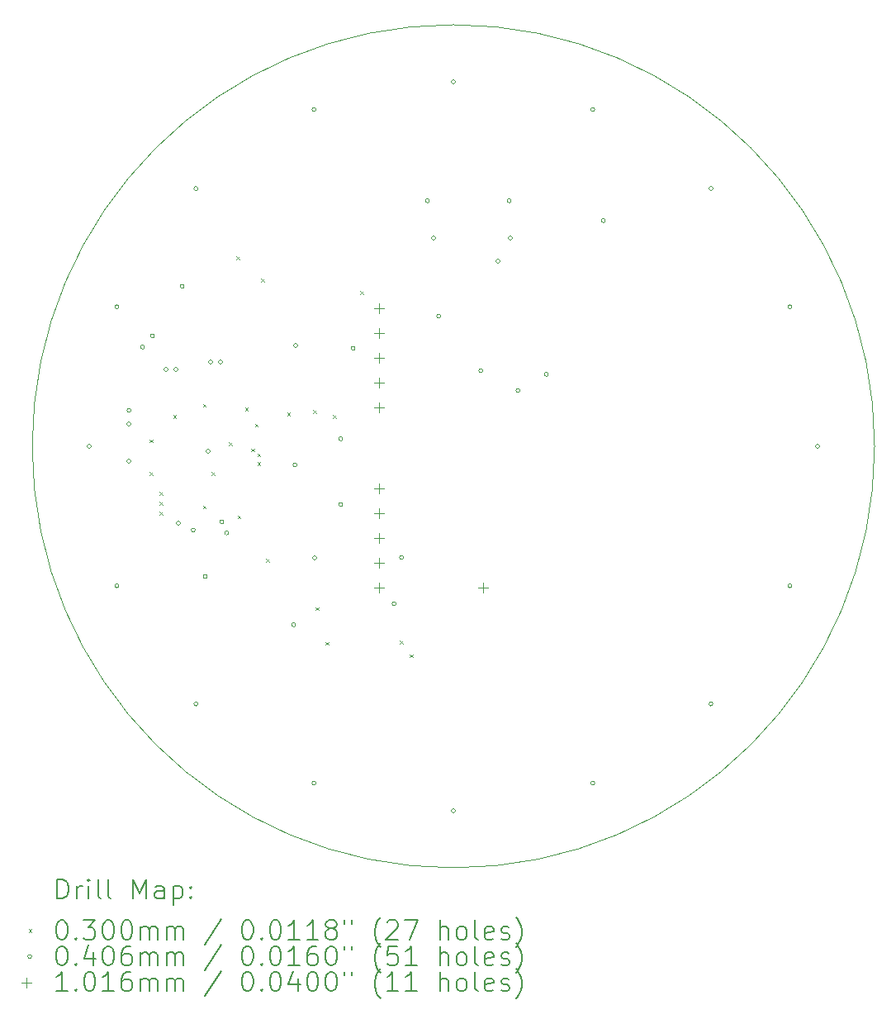
<source format=gbr>
%TF.GenerationSoftware,KiCad,Pcbnew,7.0.7*%
%TF.CreationDate,2023-08-31T16:12:07-04:00*%
%TF.ProjectId,protopico,70726f74-6f70-4696-936f-2e6b69636164,rev?*%
%TF.SameCoordinates,Original*%
%TF.FileFunction,Drillmap*%
%TF.FilePolarity,Positive*%
%FSLAX45Y45*%
G04 Gerber Fmt 4.5, Leading zero omitted, Abs format (unit mm)*
G04 Created by KiCad (PCBNEW 7.0.7) date 2023-08-31 16:12:07*
%MOMM*%
%LPD*%
G01*
G04 APERTURE LIST*
%ADD10C,0.101600*%
%ADD11C,0.200000*%
%ADD12C,0.030000*%
%ADD13C,0.040640*%
G04 APERTURE END LIST*
D10*
X19304000Y-9982200D02*
G75*
G03*
X19304000Y-9982200I-4318000J0D01*
G01*
D11*
D12*
X11872200Y-9914200D02*
X11902200Y-9944200D01*
X11902200Y-9914200D02*
X11872200Y-9944200D01*
X11872200Y-10246600D02*
X11902200Y-10276600D01*
X11902200Y-10246600D02*
X11872200Y-10276600D01*
X11973800Y-10449800D02*
X12003800Y-10479800D01*
X12003800Y-10449800D02*
X11973800Y-10479800D01*
X11973800Y-10551400D02*
X12003800Y-10581400D01*
X12003800Y-10551400D02*
X11973800Y-10581400D01*
X11973800Y-10653000D02*
X12003800Y-10683000D01*
X12003800Y-10653000D02*
X11973800Y-10683000D01*
X12113500Y-9662400D02*
X12143500Y-9692400D01*
X12143500Y-9662400D02*
X12113500Y-9692400D01*
X12418300Y-9548100D02*
X12448300Y-9578100D01*
X12448300Y-9548100D02*
X12418300Y-9578100D01*
X12418300Y-10589500D02*
X12448300Y-10619500D01*
X12448300Y-10589500D02*
X12418300Y-10619500D01*
X12507200Y-10246600D02*
X12537200Y-10276600D01*
X12537200Y-10246600D02*
X12507200Y-10276600D01*
X12685000Y-9941800D02*
X12715000Y-9971800D01*
X12715000Y-9941800D02*
X12685000Y-9971800D01*
X12761200Y-8036800D02*
X12791200Y-8066800D01*
X12791200Y-8036800D02*
X12761200Y-8066800D01*
X12773900Y-10691100D02*
X12803900Y-10721100D01*
X12803900Y-10691100D02*
X12773900Y-10721100D01*
X12850100Y-9586200D02*
X12880100Y-9616200D01*
X12880100Y-9586200D02*
X12850100Y-9616200D01*
X12913600Y-10005300D02*
X12943600Y-10035300D01*
X12943600Y-10005300D02*
X12913600Y-10035300D01*
X12951700Y-9751300D02*
X12981700Y-9781300D01*
X12981700Y-9751300D02*
X12951700Y-9781300D01*
X12977100Y-10056100D02*
X13007100Y-10086100D01*
X13007100Y-10056100D02*
X12977100Y-10086100D01*
X12977100Y-10145000D02*
X13007100Y-10175000D01*
X13007100Y-10145000D02*
X12977100Y-10175000D01*
X13015200Y-8265400D02*
X13045200Y-8295400D01*
X13045200Y-8265400D02*
X13015200Y-8295400D01*
X13066000Y-11135600D02*
X13096000Y-11165600D01*
X13096000Y-11135600D02*
X13066000Y-11165600D01*
X13281900Y-9637000D02*
X13311900Y-9667000D01*
X13311900Y-9637000D02*
X13281900Y-9667000D01*
X13548600Y-9611600D02*
X13578600Y-9641600D01*
X13578600Y-9611600D02*
X13548600Y-9641600D01*
X13574000Y-11630900D02*
X13604000Y-11660900D01*
X13604000Y-11630900D02*
X13574000Y-11660900D01*
X13675600Y-11986500D02*
X13705600Y-12016500D01*
X13705600Y-11986500D02*
X13675600Y-12016500D01*
X13751800Y-9662400D02*
X13781800Y-9692400D01*
X13781800Y-9662400D02*
X13751800Y-9692400D01*
X14031200Y-8392400D02*
X14061200Y-8422400D01*
X14061200Y-8392400D02*
X14031200Y-8422400D01*
X14437600Y-11973800D02*
X14467600Y-12003800D01*
X14467600Y-11973800D02*
X14437600Y-12003800D01*
X14539200Y-12113500D02*
X14569200Y-12143500D01*
X14569200Y-12113500D02*
X14539200Y-12143500D01*
D13*
X11272520Y-9982200D02*
G75*
G03*
X11272520Y-9982200I-20320J0D01*
G01*
X11556739Y-8553337D02*
G75*
G03*
X11556739Y-8553337I-20320J0D01*
G01*
X11556739Y-11411063D02*
G75*
G03*
X11556739Y-11411063I-20320J0D01*
G01*
X11678920Y-9613900D02*
G75*
G03*
X11678920Y-9613900I-20320J0D01*
G01*
X11678920Y-9753600D02*
G75*
G03*
X11678920Y-9753600I-20320J0D01*
G01*
X11678920Y-10134600D02*
G75*
G03*
X11678920Y-10134600I-20320J0D01*
G01*
X11818620Y-8966200D02*
G75*
G03*
X11818620Y-8966200I-20320J0D01*
G01*
X11920220Y-8851900D02*
G75*
G03*
X11920220Y-8851900I-20320J0D01*
G01*
X12059920Y-9194800D02*
G75*
G03*
X12059920Y-9194800I-20320J0D01*
G01*
X12161520Y-9194800D02*
G75*
G03*
X12161520Y-9194800I-20320J0D01*
G01*
X12186920Y-10769600D02*
G75*
G03*
X12186920Y-10769600I-20320J0D01*
G01*
X12225020Y-8343900D02*
G75*
G03*
X12225020Y-8343900I-20320J0D01*
G01*
X12339320Y-10840200D02*
G75*
G03*
X12339320Y-10840200I-20320J0D01*
G01*
X12366125Y-7342005D02*
G75*
G03*
X12366125Y-7342005I-20320J0D01*
G01*
X12366125Y-12622395D02*
G75*
G03*
X12366125Y-12622395I-20320J0D01*
G01*
X12461720Y-11316200D02*
G75*
G03*
X12461720Y-11316200I-20320J0D01*
G01*
X12491720Y-10033000D02*
G75*
G03*
X12491720Y-10033000I-20320J0D01*
G01*
X12517120Y-9118600D02*
G75*
G03*
X12517120Y-9118600I-20320J0D01*
G01*
X12618720Y-9118600D02*
G75*
G03*
X12618720Y-9118600I-20320J0D01*
G01*
X12631420Y-10756900D02*
G75*
G03*
X12631420Y-10756900I-20320J0D01*
G01*
X12681720Y-10871200D02*
G75*
G03*
X12681720Y-10871200I-20320J0D01*
G01*
X13368020Y-11811000D02*
G75*
G03*
X13368020Y-11811000I-20320J0D01*
G01*
X13380720Y-10172700D02*
G75*
G03*
X13380720Y-10172700I-20320J0D01*
G01*
X13389620Y-8949700D02*
G75*
G03*
X13389620Y-8949700I-20320J0D01*
G01*
X13577457Y-6532619D02*
G75*
G03*
X13577457Y-6532619I-20320J0D01*
G01*
X13577457Y-13431781D02*
G75*
G03*
X13577457Y-13431781I-20320J0D01*
G01*
X13582606Y-11126514D02*
G75*
G03*
X13582606Y-11126514I-20320J0D01*
G01*
X13850620Y-9906000D02*
G75*
G03*
X13850620Y-9906000I-20320J0D01*
G01*
X13850620Y-10579100D02*
G75*
G03*
X13850620Y-10579100I-20320J0D01*
G01*
X13977620Y-8978900D02*
G75*
G03*
X13977620Y-8978900I-20320J0D01*
G01*
X14396720Y-11595100D02*
G75*
G03*
X14396720Y-11595100I-20320J0D01*
G01*
X14472920Y-11121500D02*
G75*
G03*
X14472920Y-11121500I-20320J0D01*
G01*
X14739620Y-7467600D02*
G75*
G03*
X14739620Y-7467600I-20320J0D01*
G01*
X14803120Y-7848600D02*
G75*
G03*
X14803120Y-7848600I-20320J0D01*
G01*
X14853920Y-8648700D02*
G75*
G03*
X14853920Y-8648700I-20320J0D01*
G01*
X15006320Y-6248400D02*
G75*
G03*
X15006320Y-6248400I-20320J0D01*
G01*
X15006320Y-13716000D02*
G75*
G03*
X15006320Y-13716000I-20320J0D01*
G01*
X15285720Y-9207500D02*
G75*
G03*
X15285720Y-9207500I-20320J0D01*
G01*
X15463520Y-8086900D02*
G75*
G03*
X15463520Y-8086900I-20320J0D01*
G01*
X15577820Y-7467600D02*
G75*
G03*
X15577820Y-7467600I-20320J0D01*
G01*
X15590520Y-7848600D02*
G75*
G03*
X15590520Y-7848600I-20320J0D01*
G01*
X15666720Y-9410700D02*
G75*
G03*
X15666720Y-9410700I-20320J0D01*
G01*
X15958820Y-9245600D02*
G75*
G03*
X15958820Y-9245600I-20320J0D01*
G01*
X16435183Y-6532619D02*
G75*
G03*
X16435183Y-6532619I-20320J0D01*
G01*
X16435183Y-13431781D02*
G75*
G03*
X16435183Y-13431781I-20320J0D01*
G01*
X16543020Y-7670800D02*
G75*
G03*
X16543020Y-7670800I-20320J0D01*
G01*
X17646515Y-12622395D02*
G75*
G03*
X17646515Y-12622395I-20320J0D01*
G01*
X17647920Y-7340600D02*
G75*
G03*
X17647920Y-7340600I-20320J0D01*
G01*
X18455901Y-8553337D02*
G75*
G03*
X18455901Y-8553337I-20320J0D01*
G01*
X18455901Y-11411063D02*
G75*
G03*
X18455901Y-11411063I-20320J0D01*
G01*
X18740120Y-9982200D02*
G75*
G03*
X18740120Y-9982200I-20320J0D01*
G01*
D10*
X14224000Y-8521700D02*
X14224000Y-8623300D01*
X14173200Y-8572500D02*
X14274800Y-8572500D01*
X14224000Y-8775700D02*
X14224000Y-8877300D01*
X14173200Y-8826500D02*
X14274800Y-8826500D01*
X14224000Y-9029700D02*
X14224000Y-9131300D01*
X14173200Y-9080500D02*
X14274800Y-9080500D01*
X14224000Y-9283700D02*
X14224000Y-9385300D01*
X14173200Y-9334500D02*
X14274800Y-9334500D01*
X14224000Y-9537700D02*
X14224000Y-9639300D01*
X14173200Y-9588500D02*
X14274800Y-9588500D01*
X14224000Y-10363200D02*
X14224000Y-10464800D01*
X14173200Y-10414000D02*
X14274800Y-10414000D01*
X14224000Y-10617200D02*
X14224000Y-10718800D01*
X14173200Y-10668000D02*
X14274800Y-10668000D01*
X14224000Y-10871200D02*
X14224000Y-10972800D01*
X14173200Y-10922000D02*
X14274800Y-10922000D01*
X14224000Y-11125200D02*
X14224000Y-11226800D01*
X14173200Y-11176000D02*
X14274800Y-11176000D01*
X14224000Y-11379200D02*
X14224000Y-11480800D01*
X14173200Y-11430000D02*
X14274800Y-11430000D01*
X15290800Y-11379200D02*
X15290800Y-11480800D01*
X15240000Y-11430000D02*
X15341600Y-11430000D01*
D11*
X10923697Y-14616764D02*
X10923697Y-14416764D01*
X10923697Y-14416764D02*
X10971316Y-14416764D01*
X10971316Y-14416764D02*
X10999887Y-14426288D01*
X10999887Y-14426288D02*
X11018935Y-14445335D01*
X11018935Y-14445335D02*
X11028459Y-14464383D01*
X11028459Y-14464383D02*
X11037983Y-14502478D01*
X11037983Y-14502478D02*
X11037983Y-14531049D01*
X11037983Y-14531049D02*
X11028459Y-14569145D01*
X11028459Y-14569145D02*
X11018935Y-14588192D01*
X11018935Y-14588192D02*
X10999887Y-14607240D01*
X10999887Y-14607240D02*
X10971316Y-14616764D01*
X10971316Y-14616764D02*
X10923697Y-14616764D01*
X11123697Y-14616764D02*
X11123697Y-14483430D01*
X11123697Y-14521526D02*
X11133221Y-14502478D01*
X11133221Y-14502478D02*
X11142744Y-14492954D01*
X11142744Y-14492954D02*
X11161792Y-14483430D01*
X11161792Y-14483430D02*
X11180840Y-14483430D01*
X11247506Y-14616764D02*
X11247506Y-14483430D01*
X11247506Y-14416764D02*
X11237982Y-14426288D01*
X11237982Y-14426288D02*
X11247506Y-14435811D01*
X11247506Y-14435811D02*
X11257030Y-14426288D01*
X11257030Y-14426288D02*
X11247506Y-14416764D01*
X11247506Y-14416764D02*
X11247506Y-14435811D01*
X11371316Y-14616764D02*
X11352268Y-14607240D01*
X11352268Y-14607240D02*
X11342744Y-14588192D01*
X11342744Y-14588192D02*
X11342744Y-14416764D01*
X11476078Y-14616764D02*
X11457030Y-14607240D01*
X11457030Y-14607240D02*
X11447506Y-14588192D01*
X11447506Y-14588192D02*
X11447506Y-14416764D01*
X11704649Y-14616764D02*
X11704649Y-14416764D01*
X11704649Y-14416764D02*
X11771316Y-14559621D01*
X11771316Y-14559621D02*
X11837982Y-14416764D01*
X11837982Y-14416764D02*
X11837982Y-14616764D01*
X12018935Y-14616764D02*
X12018935Y-14512002D01*
X12018935Y-14512002D02*
X12009411Y-14492954D01*
X12009411Y-14492954D02*
X11990363Y-14483430D01*
X11990363Y-14483430D02*
X11952268Y-14483430D01*
X11952268Y-14483430D02*
X11933221Y-14492954D01*
X12018935Y-14607240D02*
X11999887Y-14616764D01*
X11999887Y-14616764D02*
X11952268Y-14616764D01*
X11952268Y-14616764D02*
X11933221Y-14607240D01*
X11933221Y-14607240D02*
X11923697Y-14588192D01*
X11923697Y-14588192D02*
X11923697Y-14569145D01*
X11923697Y-14569145D02*
X11933221Y-14550097D01*
X11933221Y-14550097D02*
X11952268Y-14540573D01*
X11952268Y-14540573D02*
X11999887Y-14540573D01*
X11999887Y-14540573D02*
X12018935Y-14531049D01*
X12114173Y-14483430D02*
X12114173Y-14683430D01*
X12114173Y-14492954D02*
X12133221Y-14483430D01*
X12133221Y-14483430D02*
X12171316Y-14483430D01*
X12171316Y-14483430D02*
X12190363Y-14492954D01*
X12190363Y-14492954D02*
X12199887Y-14502478D01*
X12199887Y-14502478D02*
X12209411Y-14521526D01*
X12209411Y-14521526D02*
X12209411Y-14578668D01*
X12209411Y-14578668D02*
X12199887Y-14597716D01*
X12199887Y-14597716D02*
X12190363Y-14607240D01*
X12190363Y-14607240D02*
X12171316Y-14616764D01*
X12171316Y-14616764D02*
X12133221Y-14616764D01*
X12133221Y-14616764D02*
X12114173Y-14607240D01*
X12295125Y-14597716D02*
X12304649Y-14607240D01*
X12304649Y-14607240D02*
X12295125Y-14616764D01*
X12295125Y-14616764D02*
X12285602Y-14607240D01*
X12285602Y-14607240D02*
X12295125Y-14597716D01*
X12295125Y-14597716D02*
X12295125Y-14616764D01*
X12295125Y-14492954D02*
X12304649Y-14502478D01*
X12304649Y-14502478D02*
X12295125Y-14512002D01*
X12295125Y-14512002D02*
X12285602Y-14502478D01*
X12285602Y-14502478D02*
X12295125Y-14492954D01*
X12295125Y-14492954D02*
X12295125Y-14512002D01*
D12*
X10632920Y-14930280D02*
X10662920Y-14960280D01*
X10662920Y-14930280D02*
X10632920Y-14960280D01*
D11*
X10961792Y-14836764D02*
X10980840Y-14836764D01*
X10980840Y-14836764D02*
X10999887Y-14846288D01*
X10999887Y-14846288D02*
X11009411Y-14855811D01*
X11009411Y-14855811D02*
X11018935Y-14874859D01*
X11018935Y-14874859D02*
X11028459Y-14912954D01*
X11028459Y-14912954D02*
X11028459Y-14960573D01*
X11028459Y-14960573D02*
X11018935Y-14998668D01*
X11018935Y-14998668D02*
X11009411Y-15017716D01*
X11009411Y-15017716D02*
X10999887Y-15027240D01*
X10999887Y-15027240D02*
X10980840Y-15036764D01*
X10980840Y-15036764D02*
X10961792Y-15036764D01*
X10961792Y-15036764D02*
X10942744Y-15027240D01*
X10942744Y-15027240D02*
X10933221Y-15017716D01*
X10933221Y-15017716D02*
X10923697Y-14998668D01*
X10923697Y-14998668D02*
X10914173Y-14960573D01*
X10914173Y-14960573D02*
X10914173Y-14912954D01*
X10914173Y-14912954D02*
X10923697Y-14874859D01*
X10923697Y-14874859D02*
X10933221Y-14855811D01*
X10933221Y-14855811D02*
X10942744Y-14846288D01*
X10942744Y-14846288D02*
X10961792Y-14836764D01*
X11114173Y-15017716D02*
X11123697Y-15027240D01*
X11123697Y-15027240D02*
X11114173Y-15036764D01*
X11114173Y-15036764D02*
X11104649Y-15027240D01*
X11104649Y-15027240D02*
X11114173Y-15017716D01*
X11114173Y-15017716D02*
X11114173Y-15036764D01*
X11190363Y-14836764D02*
X11314173Y-14836764D01*
X11314173Y-14836764D02*
X11247506Y-14912954D01*
X11247506Y-14912954D02*
X11276078Y-14912954D01*
X11276078Y-14912954D02*
X11295125Y-14922478D01*
X11295125Y-14922478D02*
X11304649Y-14932002D01*
X11304649Y-14932002D02*
X11314173Y-14951049D01*
X11314173Y-14951049D02*
X11314173Y-14998668D01*
X11314173Y-14998668D02*
X11304649Y-15017716D01*
X11304649Y-15017716D02*
X11295125Y-15027240D01*
X11295125Y-15027240D02*
X11276078Y-15036764D01*
X11276078Y-15036764D02*
X11218935Y-15036764D01*
X11218935Y-15036764D02*
X11199887Y-15027240D01*
X11199887Y-15027240D02*
X11190363Y-15017716D01*
X11437982Y-14836764D02*
X11457030Y-14836764D01*
X11457030Y-14836764D02*
X11476078Y-14846288D01*
X11476078Y-14846288D02*
X11485602Y-14855811D01*
X11485602Y-14855811D02*
X11495125Y-14874859D01*
X11495125Y-14874859D02*
X11504649Y-14912954D01*
X11504649Y-14912954D02*
X11504649Y-14960573D01*
X11504649Y-14960573D02*
X11495125Y-14998668D01*
X11495125Y-14998668D02*
X11485602Y-15017716D01*
X11485602Y-15017716D02*
X11476078Y-15027240D01*
X11476078Y-15027240D02*
X11457030Y-15036764D01*
X11457030Y-15036764D02*
X11437982Y-15036764D01*
X11437982Y-15036764D02*
X11418935Y-15027240D01*
X11418935Y-15027240D02*
X11409411Y-15017716D01*
X11409411Y-15017716D02*
X11399887Y-14998668D01*
X11399887Y-14998668D02*
X11390363Y-14960573D01*
X11390363Y-14960573D02*
X11390363Y-14912954D01*
X11390363Y-14912954D02*
X11399887Y-14874859D01*
X11399887Y-14874859D02*
X11409411Y-14855811D01*
X11409411Y-14855811D02*
X11418935Y-14846288D01*
X11418935Y-14846288D02*
X11437982Y-14836764D01*
X11628459Y-14836764D02*
X11647506Y-14836764D01*
X11647506Y-14836764D02*
X11666554Y-14846288D01*
X11666554Y-14846288D02*
X11676078Y-14855811D01*
X11676078Y-14855811D02*
X11685602Y-14874859D01*
X11685602Y-14874859D02*
X11695125Y-14912954D01*
X11695125Y-14912954D02*
X11695125Y-14960573D01*
X11695125Y-14960573D02*
X11685602Y-14998668D01*
X11685602Y-14998668D02*
X11676078Y-15017716D01*
X11676078Y-15017716D02*
X11666554Y-15027240D01*
X11666554Y-15027240D02*
X11647506Y-15036764D01*
X11647506Y-15036764D02*
X11628459Y-15036764D01*
X11628459Y-15036764D02*
X11609411Y-15027240D01*
X11609411Y-15027240D02*
X11599887Y-15017716D01*
X11599887Y-15017716D02*
X11590363Y-14998668D01*
X11590363Y-14998668D02*
X11580840Y-14960573D01*
X11580840Y-14960573D02*
X11580840Y-14912954D01*
X11580840Y-14912954D02*
X11590363Y-14874859D01*
X11590363Y-14874859D02*
X11599887Y-14855811D01*
X11599887Y-14855811D02*
X11609411Y-14846288D01*
X11609411Y-14846288D02*
X11628459Y-14836764D01*
X11780840Y-15036764D02*
X11780840Y-14903430D01*
X11780840Y-14922478D02*
X11790363Y-14912954D01*
X11790363Y-14912954D02*
X11809411Y-14903430D01*
X11809411Y-14903430D02*
X11837983Y-14903430D01*
X11837983Y-14903430D02*
X11857030Y-14912954D01*
X11857030Y-14912954D02*
X11866554Y-14932002D01*
X11866554Y-14932002D02*
X11866554Y-15036764D01*
X11866554Y-14932002D02*
X11876078Y-14912954D01*
X11876078Y-14912954D02*
X11895125Y-14903430D01*
X11895125Y-14903430D02*
X11923697Y-14903430D01*
X11923697Y-14903430D02*
X11942744Y-14912954D01*
X11942744Y-14912954D02*
X11952268Y-14932002D01*
X11952268Y-14932002D02*
X11952268Y-15036764D01*
X12047506Y-15036764D02*
X12047506Y-14903430D01*
X12047506Y-14922478D02*
X12057030Y-14912954D01*
X12057030Y-14912954D02*
X12076078Y-14903430D01*
X12076078Y-14903430D02*
X12104649Y-14903430D01*
X12104649Y-14903430D02*
X12123697Y-14912954D01*
X12123697Y-14912954D02*
X12133221Y-14932002D01*
X12133221Y-14932002D02*
X12133221Y-15036764D01*
X12133221Y-14932002D02*
X12142744Y-14912954D01*
X12142744Y-14912954D02*
X12161792Y-14903430D01*
X12161792Y-14903430D02*
X12190363Y-14903430D01*
X12190363Y-14903430D02*
X12209411Y-14912954D01*
X12209411Y-14912954D02*
X12218935Y-14932002D01*
X12218935Y-14932002D02*
X12218935Y-15036764D01*
X12609411Y-14827240D02*
X12437983Y-15084383D01*
X12866554Y-14836764D02*
X12885602Y-14836764D01*
X12885602Y-14836764D02*
X12904649Y-14846288D01*
X12904649Y-14846288D02*
X12914173Y-14855811D01*
X12914173Y-14855811D02*
X12923697Y-14874859D01*
X12923697Y-14874859D02*
X12933221Y-14912954D01*
X12933221Y-14912954D02*
X12933221Y-14960573D01*
X12933221Y-14960573D02*
X12923697Y-14998668D01*
X12923697Y-14998668D02*
X12914173Y-15017716D01*
X12914173Y-15017716D02*
X12904649Y-15027240D01*
X12904649Y-15027240D02*
X12885602Y-15036764D01*
X12885602Y-15036764D02*
X12866554Y-15036764D01*
X12866554Y-15036764D02*
X12847506Y-15027240D01*
X12847506Y-15027240D02*
X12837983Y-15017716D01*
X12837983Y-15017716D02*
X12828459Y-14998668D01*
X12828459Y-14998668D02*
X12818935Y-14960573D01*
X12818935Y-14960573D02*
X12818935Y-14912954D01*
X12818935Y-14912954D02*
X12828459Y-14874859D01*
X12828459Y-14874859D02*
X12837983Y-14855811D01*
X12837983Y-14855811D02*
X12847506Y-14846288D01*
X12847506Y-14846288D02*
X12866554Y-14836764D01*
X13018935Y-15017716D02*
X13028459Y-15027240D01*
X13028459Y-15027240D02*
X13018935Y-15036764D01*
X13018935Y-15036764D02*
X13009411Y-15027240D01*
X13009411Y-15027240D02*
X13018935Y-15017716D01*
X13018935Y-15017716D02*
X13018935Y-15036764D01*
X13152268Y-14836764D02*
X13171316Y-14836764D01*
X13171316Y-14836764D02*
X13190364Y-14846288D01*
X13190364Y-14846288D02*
X13199887Y-14855811D01*
X13199887Y-14855811D02*
X13209411Y-14874859D01*
X13209411Y-14874859D02*
X13218935Y-14912954D01*
X13218935Y-14912954D02*
X13218935Y-14960573D01*
X13218935Y-14960573D02*
X13209411Y-14998668D01*
X13209411Y-14998668D02*
X13199887Y-15017716D01*
X13199887Y-15017716D02*
X13190364Y-15027240D01*
X13190364Y-15027240D02*
X13171316Y-15036764D01*
X13171316Y-15036764D02*
X13152268Y-15036764D01*
X13152268Y-15036764D02*
X13133221Y-15027240D01*
X13133221Y-15027240D02*
X13123697Y-15017716D01*
X13123697Y-15017716D02*
X13114173Y-14998668D01*
X13114173Y-14998668D02*
X13104649Y-14960573D01*
X13104649Y-14960573D02*
X13104649Y-14912954D01*
X13104649Y-14912954D02*
X13114173Y-14874859D01*
X13114173Y-14874859D02*
X13123697Y-14855811D01*
X13123697Y-14855811D02*
X13133221Y-14846288D01*
X13133221Y-14846288D02*
X13152268Y-14836764D01*
X13409411Y-15036764D02*
X13295126Y-15036764D01*
X13352268Y-15036764D02*
X13352268Y-14836764D01*
X13352268Y-14836764D02*
X13333221Y-14865335D01*
X13333221Y-14865335D02*
X13314173Y-14884383D01*
X13314173Y-14884383D02*
X13295126Y-14893907D01*
X13599887Y-15036764D02*
X13485602Y-15036764D01*
X13542745Y-15036764D02*
X13542745Y-14836764D01*
X13542745Y-14836764D02*
X13523697Y-14865335D01*
X13523697Y-14865335D02*
X13504649Y-14884383D01*
X13504649Y-14884383D02*
X13485602Y-14893907D01*
X13714173Y-14922478D02*
X13695126Y-14912954D01*
X13695126Y-14912954D02*
X13685602Y-14903430D01*
X13685602Y-14903430D02*
X13676078Y-14884383D01*
X13676078Y-14884383D02*
X13676078Y-14874859D01*
X13676078Y-14874859D02*
X13685602Y-14855811D01*
X13685602Y-14855811D02*
X13695126Y-14846288D01*
X13695126Y-14846288D02*
X13714173Y-14836764D01*
X13714173Y-14836764D02*
X13752268Y-14836764D01*
X13752268Y-14836764D02*
X13771316Y-14846288D01*
X13771316Y-14846288D02*
X13780840Y-14855811D01*
X13780840Y-14855811D02*
X13790364Y-14874859D01*
X13790364Y-14874859D02*
X13790364Y-14884383D01*
X13790364Y-14884383D02*
X13780840Y-14903430D01*
X13780840Y-14903430D02*
X13771316Y-14912954D01*
X13771316Y-14912954D02*
X13752268Y-14922478D01*
X13752268Y-14922478D02*
X13714173Y-14922478D01*
X13714173Y-14922478D02*
X13695126Y-14932002D01*
X13695126Y-14932002D02*
X13685602Y-14941526D01*
X13685602Y-14941526D02*
X13676078Y-14960573D01*
X13676078Y-14960573D02*
X13676078Y-14998668D01*
X13676078Y-14998668D02*
X13685602Y-15017716D01*
X13685602Y-15017716D02*
X13695126Y-15027240D01*
X13695126Y-15027240D02*
X13714173Y-15036764D01*
X13714173Y-15036764D02*
X13752268Y-15036764D01*
X13752268Y-15036764D02*
X13771316Y-15027240D01*
X13771316Y-15027240D02*
X13780840Y-15017716D01*
X13780840Y-15017716D02*
X13790364Y-14998668D01*
X13790364Y-14998668D02*
X13790364Y-14960573D01*
X13790364Y-14960573D02*
X13780840Y-14941526D01*
X13780840Y-14941526D02*
X13771316Y-14932002D01*
X13771316Y-14932002D02*
X13752268Y-14922478D01*
X13866554Y-14836764D02*
X13866554Y-14874859D01*
X13942745Y-14836764D02*
X13942745Y-14874859D01*
X14237983Y-15112954D02*
X14228459Y-15103430D01*
X14228459Y-15103430D02*
X14209411Y-15074859D01*
X14209411Y-15074859D02*
X14199888Y-15055811D01*
X14199888Y-15055811D02*
X14190364Y-15027240D01*
X14190364Y-15027240D02*
X14180840Y-14979621D01*
X14180840Y-14979621D02*
X14180840Y-14941526D01*
X14180840Y-14941526D02*
X14190364Y-14893907D01*
X14190364Y-14893907D02*
X14199888Y-14865335D01*
X14199888Y-14865335D02*
X14209411Y-14846288D01*
X14209411Y-14846288D02*
X14228459Y-14817716D01*
X14228459Y-14817716D02*
X14237983Y-14808192D01*
X14304649Y-14855811D02*
X14314173Y-14846288D01*
X14314173Y-14846288D02*
X14333221Y-14836764D01*
X14333221Y-14836764D02*
X14380840Y-14836764D01*
X14380840Y-14836764D02*
X14399888Y-14846288D01*
X14399888Y-14846288D02*
X14409411Y-14855811D01*
X14409411Y-14855811D02*
X14418935Y-14874859D01*
X14418935Y-14874859D02*
X14418935Y-14893907D01*
X14418935Y-14893907D02*
X14409411Y-14922478D01*
X14409411Y-14922478D02*
X14295126Y-15036764D01*
X14295126Y-15036764D02*
X14418935Y-15036764D01*
X14485602Y-14836764D02*
X14618935Y-14836764D01*
X14618935Y-14836764D02*
X14533221Y-15036764D01*
X14847507Y-15036764D02*
X14847507Y-14836764D01*
X14933221Y-15036764D02*
X14933221Y-14932002D01*
X14933221Y-14932002D02*
X14923697Y-14912954D01*
X14923697Y-14912954D02*
X14904650Y-14903430D01*
X14904650Y-14903430D02*
X14876078Y-14903430D01*
X14876078Y-14903430D02*
X14857030Y-14912954D01*
X14857030Y-14912954D02*
X14847507Y-14922478D01*
X15057030Y-15036764D02*
X15037983Y-15027240D01*
X15037983Y-15027240D02*
X15028459Y-15017716D01*
X15028459Y-15017716D02*
X15018935Y-14998668D01*
X15018935Y-14998668D02*
X15018935Y-14941526D01*
X15018935Y-14941526D02*
X15028459Y-14922478D01*
X15028459Y-14922478D02*
X15037983Y-14912954D01*
X15037983Y-14912954D02*
X15057030Y-14903430D01*
X15057030Y-14903430D02*
X15085602Y-14903430D01*
X15085602Y-14903430D02*
X15104650Y-14912954D01*
X15104650Y-14912954D02*
X15114173Y-14922478D01*
X15114173Y-14922478D02*
X15123697Y-14941526D01*
X15123697Y-14941526D02*
X15123697Y-14998668D01*
X15123697Y-14998668D02*
X15114173Y-15017716D01*
X15114173Y-15017716D02*
X15104650Y-15027240D01*
X15104650Y-15027240D02*
X15085602Y-15036764D01*
X15085602Y-15036764D02*
X15057030Y-15036764D01*
X15237983Y-15036764D02*
X15218935Y-15027240D01*
X15218935Y-15027240D02*
X15209411Y-15008192D01*
X15209411Y-15008192D02*
X15209411Y-14836764D01*
X15390364Y-15027240D02*
X15371316Y-15036764D01*
X15371316Y-15036764D02*
X15333221Y-15036764D01*
X15333221Y-15036764D02*
X15314173Y-15027240D01*
X15314173Y-15027240D02*
X15304650Y-15008192D01*
X15304650Y-15008192D02*
X15304650Y-14932002D01*
X15304650Y-14932002D02*
X15314173Y-14912954D01*
X15314173Y-14912954D02*
X15333221Y-14903430D01*
X15333221Y-14903430D02*
X15371316Y-14903430D01*
X15371316Y-14903430D02*
X15390364Y-14912954D01*
X15390364Y-14912954D02*
X15399888Y-14932002D01*
X15399888Y-14932002D02*
X15399888Y-14951049D01*
X15399888Y-14951049D02*
X15304650Y-14970097D01*
X15476078Y-15027240D02*
X15495126Y-15036764D01*
X15495126Y-15036764D02*
X15533221Y-15036764D01*
X15533221Y-15036764D02*
X15552269Y-15027240D01*
X15552269Y-15027240D02*
X15561792Y-15008192D01*
X15561792Y-15008192D02*
X15561792Y-14998668D01*
X15561792Y-14998668D02*
X15552269Y-14979621D01*
X15552269Y-14979621D02*
X15533221Y-14970097D01*
X15533221Y-14970097D02*
X15504650Y-14970097D01*
X15504650Y-14970097D02*
X15485602Y-14960573D01*
X15485602Y-14960573D02*
X15476078Y-14941526D01*
X15476078Y-14941526D02*
X15476078Y-14932002D01*
X15476078Y-14932002D02*
X15485602Y-14912954D01*
X15485602Y-14912954D02*
X15504650Y-14903430D01*
X15504650Y-14903430D02*
X15533221Y-14903430D01*
X15533221Y-14903430D02*
X15552269Y-14912954D01*
X15628459Y-15112954D02*
X15637983Y-15103430D01*
X15637983Y-15103430D02*
X15657031Y-15074859D01*
X15657031Y-15074859D02*
X15666554Y-15055811D01*
X15666554Y-15055811D02*
X15676078Y-15027240D01*
X15676078Y-15027240D02*
X15685602Y-14979621D01*
X15685602Y-14979621D02*
X15685602Y-14941526D01*
X15685602Y-14941526D02*
X15676078Y-14893907D01*
X15676078Y-14893907D02*
X15666554Y-14865335D01*
X15666554Y-14865335D02*
X15657031Y-14846288D01*
X15657031Y-14846288D02*
X15637983Y-14817716D01*
X15637983Y-14817716D02*
X15628459Y-14808192D01*
D13*
X10662920Y-15209280D02*
G75*
G03*
X10662920Y-15209280I-20320J0D01*
G01*
D11*
X10961792Y-15100764D02*
X10980840Y-15100764D01*
X10980840Y-15100764D02*
X10999887Y-15110288D01*
X10999887Y-15110288D02*
X11009411Y-15119811D01*
X11009411Y-15119811D02*
X11018935Y-15138859D01*
X11018935Y-15138859D02*
X11028459Y-15176954D01*
X11028459Y-15176954D02*
X11028459Y-15224573D01*
X11028459Y-15224573D02*
X11018935Y-15262668D01*
X11018935Y-15262668D02*
X11009411Y-15281716D01*
X11009411Y-15281716D02*
X10999887Y-15291240D01*
X10999887Y-15291240D02*
X10980840Y-15300764D01*
X10980840Y-15300764D02*
X10961792Y-15300764D01*
X10961792Y-15300764D02*
X10942744Y-15291240D01*
X10942744Y-15291240D02*
X10933221Y-15281716D01*
X10933221Y-15281716D02*
X10923697Y-15262668D01*
X10923697Y-15262668D02*
X10914173Y-15224573D01*
X10914173Y-15224573D02*
X10914173Y-15176954D01*
X10914173Y-15176954D02*
X10923697Y-15138859D01*
X10923697Y-15138859D02*
X10933221Y-15119811D01*
X10933221Y-15119811D02*
X10942744Y-15110288D01*
X10942744Y-15110288D02*
X10961792Y-15100764D01*
X11114173Y-15281716D02*
X11123697Y-15291240D01*
X11123697Y-15291240D02*
X11114173Y-15300764D01*
X11114173Y-15300764D02*
X11104649Y-15291240D01*
X11104649Y-15291240D02*
X11114173Y-15281716D01*
X11114173Y-15281716D02*
X11114173Y-15300764D01*
X11295125Y-15167430D02*
X11295125Y-15300764D01*
X11247506Y-15091240D02*
X11199887Y-15234097D01*
X11199887Y-15234097D02*
X11323697Y-15234097D01*
X11437982Y-15100764D02*
X11457030Y-15100764D01*
X11457030Y-15100764D02*
X11476078Y-15110288D01*
X11476078Y-15110288D02*
X11485602Y-15119811D01*
X11485602Y-15119811D02*
X11495125Y-15138859D01*
X11495125Y-15138859D02*
X11504649Y-15176954D01*
X11504649Y-15176954D02*
X11504649Y-15224573D01*
X11504649Y-15224573D02*
X11495125Y-15262668D01*
X11495125Y-15262668D02*
X11485602Y-15281716D01*
X11485602Y-15281716D02*
X11476078Y-15291240D01*
X11476078Y-15291240D02*
X11457030Y-15300764D01*
X11457030Y-15300764D02*
X11437982Y-15300764D01*
X11437982Y-15300764D02*
X11418935Y-15291240D01*
X11418935Y-15291240D02*
X11409411Y-15281716D01*
X11409411Y-15281716D02*
X11399887Y-15262668D01*
X11399887Y-15262668D02*
X11390363Y-15224573D01*
X11390363Y-15224573D02*
X11390363Y-15176954D01*
X11390363Y-15176954D02*
X11399887Y-15138859D01*
X11399887Y-15138859D02*
X11409411Y-15119811D01*
X11409411Y-15119811D02*
X11418935Y-15110288D01*
X11418935Y-15110288D02*
X11437982Y-15100764D01*
X11676078Y-15100764D02*
X11637982Y-15100764D01*
X11637982Y-15100764D02*
X11618935Y-15110288D01*
X11618935Y-15110288D02*
X11609411Y-15119811D01*
X11609411Y-15119811D02*
X11590363Y-15148383D01*
X11590363Y-15148383D02*
X11580840Y-15186478D01*
X11580840Y-15186478D02*
X11580840Y-15262668D01*
X11580840Y-15262668D02*
X11590363Y-15281716D01*
X11590363Y-15281716D02*
X11599887Y-15291240D01*
X11599887Y-15291240D02*
X11618935Y-15300764D01*
X11618935Y-15300764D02*
X11657030Y-15300764D01*
X11657030Y-15300764D02*
X11676078Y-15291240D01*
X11676078Y-15291240D02*
X11685602Y-15281716D01*
X11685602Y-15281716D02*
X11695125Y-15262668D01*
X11695125Y-15262668D02*
X11695125Y-15215049D01*
X11695125Y-15215049D02*
X11685602Y-15196002D01*
X11685602Y-15196002D02*
X11676078Y-15186478D01*
X11676078Y-15186478D02*
X11657030Y-15176954D01*
X11657030Y-15176954D02*
X11618935Y-15176954D01*
X11618935Y-15176954D02*
X11599887Y-15186478D01*
X11599887Y-15186478D02*
X11590363Y-15196002D01*
X11590363Y-15196002D02*
X11580840Y-15215049D01*
X11780840Y-15300764D02*
X11780840Y-15167430D01*
X11780840Y-15186478D02*
X11790363Y-15176954D01*
X11790363Y-15176954D02*
X11809411Y-15167430D01*
X11809411Y-15167430D02*
X11837983Y-15167430D01*
X11837983Y-15167430D02*
X11857030Y-15176954D01*
X11857030Y-15176954D02*
X11866554Y-15196002D01*
X11866554Y-15196002D02*
X11866554Y-15300764D01*
X11866554Y-15196002D02*
X11876078Y-15176954D01*
X11876078Y-15176954D02*
X11895125Y-15167430D01*
X11895125Y-15167430D02*
X11923697Y-15167430D01*
X11923697Y-15167430D02*
X11942744Y-15176954D01*
X11942744Y-15176954D02*
X11952268Y-15196002D01*
X11952268Y-15196002D02*
X11952268Y-15300764D01*
X12047506Y-15300764D02*
X12047506Y-15167430D01*
X12047506Y-15186478D02*
X12057030Y-15176954D01*
X12057030Y-15176954D02*
X12076078Y-15167430D01*
X12076078Y-15167430D02*
X12104649Y-15167430D01*
X12104649Y-15167430D02*
X12123697Y-15176954D01*
X12123697Y-15176954D02*
X12133221Y-15196002D01*
X12133221Y-15196002D02*
X12133221Y-15300764D01*
X12133221Y-15196002D02*
X12142744Y-15176954D01*
X12142744Y-15176954D02*
X12161792Y-15167430D01*
X12161792Y-15167430D02*
X12190363Y-15167430D01*
X12190363Y-15167430D02*
X12209411Y-15176954D01*
X12209411Y-15176954D02*
X12218935Y-15196002D01*
X12218935Y-15196002D02*
X12218935Y-15300764D01*
X12609411Y-15091240D02*
X12437983Y-15348383D01*
X12866554Y-15100764D02*
X12885602Y-15100764D01*
X12885602Y-15100764D02*
X12904649Y-15110288D01*
X12904649Y-15110288D02*
X12914173Y-15119811D01*
X12914173Y-15119811D02*
X12923697Y-15138859D01*
X12923697Y-15138859D02*
X12933221Y-15176954D01*
X12933221Y-15176954D02*
X12933221Y-15224573D01*
X12933221Y-15224573D02*
X12923697Y-15262668D01*
X12923697Y-15262668D02*
X12914173Y-15281716D01*
X12914173Y-15281716D02*
X12904649Y-15291240D01*
X12904649Y-15291240D02*
X12885602Y-15300764D01*
X12885602Y-15300764D02*
X12866554Y-15300764D01*
X12866554Y-15300764D02*
X12847506Y-15291240D01*
X12847506Y-15291240D02*
X12837983Y-15281716D01*
X12837983Y-15281716D02*
X12828459Y-15262668D01*
X12828459Y-15262668D02*
X12818935Y-15224573D01*
X12818935Y-15224573D02*
X12818935Y-15176954D01*
X12818935Y-15176954D02*
X12828459Y-15138859D01*
X12828459Y-15138859D02*
X12837983Y-15119811D01*
X12837983Y-15119811D02*
X12847506Y-15110288D01*
X12847506Y-15110288D02*
X12866554Y-15100764D01*
X13018935Y-15281716D02*
X13028459Y-15291240D01*
X13028459Y-15291240D02*
X13018935Y-15300764D01*
X13018935Y-15300764D02*
X13009411Y-15291240D01*
X13009411Y-15291240D02*
X13018935Y-15281716D01*
X13018935Y-15281716D02*
X13018935Y-15300764D01*
X13152268Y-15100764D02*
X13171316Y-15100764D01*
X13171316Y-15100764D02*
X13190364Y-15110288D01*
X13190364Y-15110288D02*
X13199887Y-15119811D01*
X13199887Y-15119811D02*
X13209411Y-15138859D01*
X13209411Y-15138859D02*
X13218935Y-15176954D01*
X13218935Y-15176954D02*
X13218935Y-15224573D01*
X13218935Y-15224573D02*
X13209411Y-15262668D01*
X13209411Y-15262668D02*
X13199887Y-15281716D01*
X13199887Y-15281716D02*
X13190364Y-15291240D01*
X13190364Y-15291240D02*
X13171316Y-15300764D01*
X13171316Y-15300764D02*
X13152268Y-15300764D01*
X13152268Y-15300764D02*
X13133221Y-15291240D01*
X13133221Y-15291240D02*
X13123697Y-15281716D01*
X13123697Y-15281716D02*
X13114173Y-15262668D01*
X13114173Y-15262668D02*
X13104649Y-15224573D01*
X13104649Y-15224573D02*
X13104649Y-15176954D01*
X13104649Y-15176954D02*
X13114173Y-15138859D01*
X13114173Y-15138859D02*
X13123697Y-15119811D01*
X13123697Y-15119811D02*
X13133221Y-15110288D01*
X13133221Y-15110288D02*
X13152268Y-15100764D01*
X13409411Y-15300764D02*
X13295126Y-15300764D01*
X13352268Y-15300764D02*
X13352268Y-15100764D01*
X13352268Y-15100764D02*
X13333221Y-15129335D01*
X13333221Y-15129335D02*
X13314173Y-15148383D01*
X13314173Y-15148383D02*
X13295126Y-15157907D01*
X13580840Y-15100764D02*
X13542745Y-15100764D01*
X13542745Y-15100764D02*
X13523697Y-15110288D01*
X13523697Y-15110288D02*
X13514173Y-15119811D01*
X13514173Y-15119811D02*
X13495126Y-15148383D01*
X13495126Y-15148383D02*
X13485602Y-15186478D01*
X13485602Y-15186478D02*
X13485602Y-15262668D01*
X13485602Y-15262668D02*
X13495126Y-15281716D01*
X13495126Y-15281716D02*
X13504649Y-15291240D01*
X13504649Y-15291240D02*
X13523697Y-15300764D01*
X13523697Y-15300764D02*
X13561792Y-15300764D01*
X13561792Y-15300764D02*
X13580840Y-15291240D01*
X13580840Y-15291240D02*
X13590364Y-15281716D01*
X13590364Y-15281716D02*
X13599887Y-15262668D01*
X13599887Y-15262668D02*
X13599887Y-15215049D01*
X13599887Y-15215049D02*
X13590364Y-15196002D01*
X13590364Y-15196002D02*
X13580840Y-15186478D01*
X13580840Y-15186478D02*
X13561792Y-15176954D01*
X13561792Y-15176954D02*
X13523697Y-15176954D01*
X13523697Y-15176954D02*
X13504649Y-15186478D01*
X13504649Y-15186478D02*
X13495126Y-15196002D01*
X13495126Y-15196002D02*
X13485602Y-15215049D01*
X13723697Y-15100764D02*
X13742745Y-15100764D01*
X13742745Y-15100764D02*
X13761792Y-15110288D01*
X13761792Y-15110288D02*
X13771316Y-15119811D01*
X13771316Y-15119811D02*
X13780840Y-15138859D01*
X13780840Y-15138859D02*
X13790364Y-15176954D01*
X13790364Y-15176954D02*
X13790364Y-15224573D01*
X13790364Y-15224573D02*
X13780840Y-15262668D01*
X13780840Y-15262668D02*
X13771316Y-15281716D01*
X13771316Y-15281716D02*
X13761792Y-15291240D01*
X13761792Y-15291240D02*
X13742745Y-15300764D01*
X13742745Y-15300764D02*
X13723697Y-15300764D01*
X13723697Y-15300764D02*
X13704649Y-15291240D01*
X13704649Y-15291240D02*
X13695126Y-15281716D01*
X13695126Y-15281716D02*
X13685602Y-15262668D01*
X13685602Y-15262668D02*
X13676078Y-15224573D01*
X13676078Y-15224573D02*
X13676078Y-15176954D01*
X13676078Y-15176954D02*
X13685602Y-15138859D01*
X13685602Y-15138859D02*
X13695126Y-15119811D01*
X13695126Y-15119811D02*
X13704649Y-15110288D01*
X13704649Y-15110288D02*
X13723697Y-15100764D01*
X13866554Y-15100764D02*
X13866554Y-15138859D01*
X13942745Y-15100764D02*
X13942745Y-15138859D01*
X14237983Y-15376954D02*
X14228459Y-15367430D01*
X14228459Y-15367430D02*
X14209411Y-15338859D01*
X14209411Y-15338859D02*
X14199888Y-15319811D01*
X14199888Y-15319811D02*
X14190364Y-15291240D01*
X14190364Y-15291240D02*
X14180840Y-15243621D01*
X14180840Y-15243621D02*
X14180840Y-15205526D01*
X14180840Y-15205526D02*
X14190364Y-15157907D01*
X14190364Y-15157907D02*
X14199888Y-15129335D01*
X14199888Y-15129335D02*
X14209411Y-15110288D01*
X14209411Y-15110288D02*
X14228459Y-15081716D01*
X14228459Y-15081716D02*
X14237983Y-15072192D01*
X14409411Y-15100764D02*
X14314173Y-15100764D01*
X14314173Y-15100764D02*
X14304649Y-15196002D01*
X14304649Y-15196002D02*
X14314173Y-15186478D01*
X14314173Y-15186478D02*
X14333221Y-15176954D01*
X14333221Y-15176954D02*
X14380840Y-15176954D01*
X14380840Y-15176954D02*
X14399888Y-15186478D01*
X14399888Y-15186478D02*
X14409411Y-15196002D01*
X14409411Y-15196002D02*
X14418935Y-15215049D01*
X14418935Y-15215049D02*
X14418935Y-15262668D01*
X14418935Y-15262668D02*
X14409411Y-15281716D01*
X14409411Y-15281716D02*
X14399888Y-15291240D01*
X14399888Y-15291240D02*
X14380840Y-15300764D01*
X14380840Y-15300764D02*
X14333221Y-15300764D01*
X14333221Y-15300764D02*
X14314173Y-15291240D01*
X14314173Y-15291240D02*
X14304649Y-15281716D01*
X14609411Y-15300764D02*
X14495126Y-15300764D01*
X14552268Y-15300764D02*
X14552268Y-15100764D01*
X14552268Y-15100764D02*
X14533221Y-15129335D01*
X14533221Y-15129335D02*
X14514173Y-15148383D01*
X14514173Y-15148383D02*
X14495126Y-15157907D01*
X14847507Y-15300764D02*
X14847507Y-15100764D01*
X14933221Y-15300764D02*
X14933221Y-15196002D01*
X14933221Y-15196002D02*
X14923697Y-15176954D01*
X14923697Y-15176954D02*
X14904650Y-15167430D01*
X14904650Y-15167430D02*
X14876078Y-15167430D01*
X14876078Y-15167430D02*
X14857030Y-15176954D01*
X14857030Y-15176954D02*
X14847507Y-15186478D01*
X15057030Y-15300764D02*
X15037983Y-15291240D01*
X15037983Y-15291240D02*
X15028459Y-15281716D01*
X15028459Y-15281716D02*
X15018935Y-15262668D01*
X15018935Y-15262668D02*
X15018935Y-15205526D01*
X15018935Y-15205526D02*
X15028459Y-15186478D01*
X15028459Y-15186478D02*
X15037983Y-15176954D01*
X15037983Y-15176954D02*
X15057030Y-15167430D01*
X15057030Y-15167430D02*
X15085602Y-15167430D01*
X15085602Y-15167430D02*
X15104650Y-15176954D01*
X15104650Y-15176954D02*
X15114173Y-15186478D01*
X15114173Y-15186478D02*
X15123697Y-15205526D01*
X15123697Y-15205526D02*
X15123697Y-15262668D01*
X15123697Y-15262668D02*
X15114173Y-15281716D01*
X15114173Y-15281716D02*
X15104650Y-15291240D01*
X15104650Y-15291240D02*
X15085602Y-15300764D01*
X15085602Y-15300764D02*
X15057030Y-15300764D01*
X15237983Y-15300764D02*
X15218935Y-15291240D01*
X15218935Y-15291240D02*
X15209411Y-15272192D01*
X15209411Y-15272192D02*
X15209411Y-15100764D01*
X15390364Y-15291240D02*
X15371316Y-15300764D01*
X15371316Y-15300764D02*
X15333221Y-15300764D01*
X15333221Y-15300764D02*
X15314173Y-15291240D01*
X15314173Y-15291240D02*
X15304650Y-15272192D01*
X15304650Y-15272192D02*
X15304650Y-15196002D01*
X15304650Y-15196002D02*
X15314173Y-15176954D01*
X15314173Y-15176954D02*
X15333221Y-15167430D01*
X15333221Y-15167430D02*
X15371316Y-15167430D01*
X15371316Y-15167430D02*
X15390364Y-15176954D01*
X15390364Y-15176954D02*
X15399888Y-15196002D01*
X15399888Y-15196002D02*
X15399888Y-15215049D01*
X15399888Y-15215049D02*
X15304650Y-15234097D01*
X15476078Y-15291240D02*
X15495126Y-15300764D01*
X15495126Y-15300764D02*
X15533221Y-15300764D01*
X15533221Y-15300764D02*
X15552269Y-15291240D01*
X15552269Y-15291240D02*
X15561792Y-15272192D01*
X15561792Y-15272192D02*
X15561792Y-15262668D01*
X15561792Y-15262668D02*
X15552269Y-15243621D01*
X15552269Y-15243621D02*
X15533221Y-15234097D01*
X15533221Y-15234097D02*
X15504650Y-15234097D01*
X15504650Y-15234097D02*
X15485602Y-15224573D01*
X15485602Y-15224573D02*
X15476078Y-15205526D01*
X15476078Y-15205526D02*
X15476078Y-15196002D01*
X15476078Y-15196002D02*
X15485602Y-15176954D01*
X15485602Y-15176954D02*
X15504650Y-15167430D01*
X15504650Y-15167430D02*
X15533221Y-15167430D01*
X15533221Y-15167430D02*
X15552269Y-15176954D01*
X15628459Y-15376954D02*
X15637983Y-15367430D01*
X15637983Y-15367430D02*
X15657031Y-15338859D01*
X15657031Y-15338859D02*
X15666554Y-15319811D01*
X15666554Y-15319811D02*
X15676078Y-15291240D01*
X15676078Y-15291240D02*
X15685602Y-15243621D01*
X15685602Y-15243621D02*
X15685602Y-15205526D01*
X15685602Y-15205526D02*
X15676078Y-15157907D01*
X15676078Y-15157907D02*
X15666554Y-15129335D01*
X15666554Y-15129335D02*
X15657031Y-15110288D01*
X15657031Y-15110288D02*
X15637983Y-15081716D01*
X15637983Y-15081716D02*
X15628459Y-15072192D01*
D10*
X10612120Y-15422480D02*
X10612120Y-15524080D01*
X10561320Y-15473280D02*
X10662920Y-15473280D01*
D11*
X11028459Y-15564764D02*
X10914173Y-15564764D01*
X10971316Y-15564764D02*
X10971316Y-15364764D01*
X10971316Y-15364764D02*
X10952268Y-15393335D01*
X10952268Y-15393335D02*
X10933221Y-15412383D01*
X10933221Y-15412383D02*
X10914173Y-15421907D01*
X11114173Y-15545716D02*
X11123697Y-15555240D01*
X11123697Y-15555240D02*
X11114173Y-15564764D01*
X11114173Y-15564764D02*
X11104649Y-15555240D01*
X11104649Y-15555240D02*
X11114173Y-15545716D01*
X11114173Y-15545716D02*
X11114173Y-15564764D01*
X11247506Y-15364764D02*
X11266554Y-15364764D01*
X11266554Y-15364764D02*
X11285602Y-15374288D01*
X11285602Y-15374288D02*
X11295125Y-15383811D01*
X11295125Y-15383811D02*
X11304649Y-15402859D01*
X11304649Y-15402859D02*
X11314173Y-15440954D01*
X11314173Y-15440954D02*
X11314173Y-15488573D01*
X11314173Y-15488573D02*
X11304649Y-15526668D01*
X11304649Y-15526668D02*
X11295125Y-15545716D01*
X11295125Y-15545716D02*
X11285602Y-15555240D01*
X11285602Y-15555240D02*
X11266554Y-15564764D01*
X11266554Y-15564764D02*
X11247506Y-15564764D01*
X11247506Y-15564764D02*
X11228459Y-15555240D01*
X11228459Y-15555240D02*
X11218935Y-15545716D01*
X11218935Y-15545716D02*
X11209411Y-15526668D01*
X11209411Y-15526668D02*
X11199887Y-15488573D01*
X11199887Y-15488573D02*
X11199887Y-15440954D01*
X11199887Y-15440954D02*
X11209411Y-15402859D01*
X11209411Y-15402859D02*
X11218935Y-15383811D01*
X11218935Y-15383811D02*
X11228459Y-15374288D01*
X11228459Y-15374288D02*
X11247506Y-15364764D01*
X11504649Y-15564764D02*
X11390363Y-15564764D01*
X11447506Y-15564764D02*
X11447506Y-15364764D01*
X11447506Y-15364764D02*
X11428459Y-15393335D01*
X11428459Y-15393335D02*
X11409411Y-15412383D01*
X11409411Y-15412383D02*
X11390363Y-15421907D01*
X11676078Y-15364764D02*
X11637982Y-15364764D01*
X11637982Y-15364764D02*
X11618935Y-15374288D01*
X11618935Y-15374288D02*
X11609411Y-15383811D01*
X11609411Y-15383811D02*
X11590363Y-15412383D01*
X11590363Y-15412383D02*
X11580840Y-15450478D01*
X11580840Y-15450478D02*
X11580840Y-15526668D01*
X11580840Y-15526668D02*
X11590363Y-15545716D01*
X11590363Y-15545716D02*
X11599887Y-15555240D01*
X11599887Y-15555240D02*
X11618935Y-15564764D01*
X11618935Y-15564764D02*
X11657030Y-15564764D01*
X11657030Y-15564764D02*
X11676078Y-15555240D01*
X11676078Y-15555240D02*
X11685602Y-15545716D01*
X11685602Y-15545716D02*
X11695125Y-15526668D01*
X11695125Y-15526668D02*
X11695125Y-15479049D01*
X11695125Y-15479049D02*
X11685602Y-15460002D01*
X11685602Y-15460002D02*
X11676078Y-15450478D01*
X11676078Y-15450478D02*
X11657030Y-15440954D01*
X11657030Y-15440954D02*
X11618935Y-15440954D01*
X11618935Y-15440954D02*
X11599887Y-15450478D01*
X11599887Y-15450478D02*
X11590363Y-15460002D01*
X11590363Y-15460002D02*
X11580840Y-15479049D01*
X11780840Y-15564764D02*
X11780840Y-15431430D01*
X11780840Y-15450478D02*
X11790363Y-15440954D01*
X11790363Y-15440954D02*
X11809411Y-15431430D01*
X11809411Y-15431430D02*
X11837983Y-15431430D01*
X11837983Y-15431430D02*
X11857030Y-15440954D01*
X11857030Y-15440954D02*
X11866554Y-15460002D01*
X11866554Y-15460002D02*
X11866554Y-15564764D01*
X11866554Y-15460002D02*
X11876078Y-15440954D01*
X11876078Y-15440954D02*
X11895125Y-15431430D01*
X11895125Y-15431430D02*
X11923697Y-15431430D01*
X11923697Y-15431430D02*
X11942744Y-15440954D01*
X11942744Y-15440954D02*
X11952268Y-15460002D01*
X11952268Y-15460002D02*
X11952268Y-15564764D01*
X12047506Y-15564764D02*
X12047506Y-15431430D01*
X12047506Y-15450478D02*
X12057030Y-15440954D01*
X12057030Y-15440954D02*
X12076078Y-15431430D01*
X12076078Y-15431430D02*
X12104649Y-15431430D01*
X12104649Y-15431430D02*
X12123697Y-15440954D01*
X12123697Y-15440954D02*
X12133221Y-15460002D01*
X12133221Y-15460002D02*
X12133221Y-15564764D01*
X12133221Y-15460002D02*
X12142744Y-15440954D01*
X12142744Y-15440954D02*
X12161792Y-15431430D01*
X12161792Y-15431430D02*
X12190363Y-15431430D01*
X12190363Y-15431430D02*
X12209411Y-15440954D01*
X12209411Y-15440954D02*
X12218935Y-15460002D01*
X12218935Y-15460002D02*
X12218935Y-15564764D01*
X12609411Y-15355240D02*
X12437983Y-15612383D01*
X12866554Y-15364764D02*
X12885602Y-15364764D01*
X12885602Y-15364764D02*
X12904649Y-15374288D01*
X12904649Y-15374288D02*
X12914173Y-15383811D01*
X12914173Y-15383811D02*
X12923697Y-15402859D01*
X12923697Y-15402859D02*
X12933221Y-15440954D01*
X12933221Y-15440954D02*
X12933221Y-15488573D01*
X12933221Y-15488573D02*
X12923697Y-15526668D01*
X12923697Y-15526668D02*
X12914173Y-15545716D01*
X12914173Y-15545716D02*
X12904649Y-15555240D01*
X12904649Y-15555240D02*
X12885602Y-15564764D01*
X12885602Y-15564764D02*
X12866554Y-15564764D01*
X12866554Y-15564764D02*
X12847506Y-15555240D01*
X12847506Y-15555240D02*
X12837983Y-15545716D01*
X12837983Y-15545716D02*
X12828459Y-15526668D01*
X12828459Y-15526668D02*
X12818935Y-15488573D01*
X12818935Y-15488573D02*
X12818935Y-15440954D01*
X12818935Y-15440954D02*
X12828459Y-15402859D01*
X12828459Y-15402859D02*
X12837983Y-15383811D01*
X12837983Y-15383811D02*
X12847506Y-15374288D01*
X12847506Y-15374288D02*
X12866554Y-15364764D01*
X13018935Y-15545716D02*
X13028459Y-15555240D01*
X13028459Y-15555240D02*
X13018935Y-15564764D01*
X13018935Y-15564764D02*
X13009411Y-15555240D01*
X13009411Y-15555240D02*
X13018935Y-15545716D01*
X13018935Y-15545716D02*
X13018935Y-15564764D01*
X13152268Y-15364764D02*
X13171316Y-15364764D01*
X13171316Y-15364764D02*
X13190364Y-15374288D01*
X13190364Y-15374288D02*
X13199887Y-15383811D01*
X13199887Y-15383811D02*
X13209411Y-15402859D01*
X13209411Y-15402859D02*
X13218935Y-15440954D01*
X13218935Y-15440954D02*
X13218935Y-15488573D01*
X13218935Y-15488573D02*
X13209411Y-15526668D01*
X13209411Y-15526668D02*
X13199887Y-15545716D01*
X13199887Y-15545716D02*
X13190364Y-15555240D01*
X13190364Y-15555240D02*
X13171316Y-15564764D01*
X13171316Y-15564764D02*
X13152268Y-15564764D01*
X13152268Y-15564764D02*
X13133221Y-15555240D01*
X13133221Y-15555240D02*
X13123697Y-15545716D01*
X13123697Y-15545716D02*
X13114173Y-15526668D01*
X13114173Y-15526668D02*
X13104649Y-15488573D01*
X13104649Y-15488573D02*
X13104649Y-15440954D01*
X13104649Y-15440954D02*
X13114173Y-15402859D01*
X13114173Y-15402859D02*
X13123697Y-15383811D01*
X13123697Y-15383811D02*
X13133221Y-15374288D01*
X13133221Y-15374288D02*
X13152268Y-15364764D01*
X13390364Y-15431430D02*
X13390364Y-15564764D01*
X13342745Y-15355240D02*
X13295126Y-15498097D01*
X13295126Y-15498097D02*
X13418935Y-15498097D01*
X13533221Y-15364764D02*
X13552268Y-15364764D01*
X13552268Y-15364764D02*
X13571316Y-15374288D01*
X13571316Y-15374288D02*
X13580840Y-15383811D01*
X13580840Y-15383811D02*
X13590364Y-15402859D01*
X13590364Y-15402859D02*
X13599887Y-15440954D01*
X13599887Y-15440954D02*
X13599887Y-15488573D01*
X13599887Y-15488573D02*
X13590364Y-15526668D01*
X13590364Y-15526668D02*
X13580840Y-15545716D01*
X13580840Y-15545716D02*
X13571316Y-15555240D01*
X13571316Y-15555240D02*
X13552268Y-15564764D01*
X13552268Y-15564764D02*
X13533221Y-15564764D01*
X13533221Y-15564764D02*
X13514173Y-15555240D01*
X13514173Y-15555240D02*
X13504649Y-15545716D01*
X13504649Y-15545716D02*
X13495126Y-15526668D01*
X13495126Y-15526668D02*
X13485602Y-15488573D01*
X13485602Y-15488573D02*
X13485602Y-15440954D01*
X13485602Y-15440954D02*
X13495126Y-15402859D01*
X13495126Y-15402859D02*
X13504649Y-15383811D01*
X13504649Y-15383811D02*
X13514173Y-15374288D01*
X13514173Y-15374288D02*
X13533221Y-15364764D01*
X13723697Y-15364764D02*
X13742745Y-15364764D01*
X13742745Y-15364764D02*
X13761792Y-15374288D01*
X13761792Y-15374288D02*
X13771316Y-15383811D01*
X13771316Y-15383811D02*
X13780840Y-15402859D01*
X13780840Y-15402859D02*
X13790364Y-15440954D01*
X13790364Y-15440954D02*
X13790364Y-15488573D01*
X13790364Y-15488573D02*
X13780840Y-15526668D01*
X13780840Y-15526668D02*
X13771316Y-15545716D01*
X13771316Y-15545716D02*
X13761792Y-15555240D01*
X13761792Y-15555240D02*
X13742745Y-15564764D01*
X13742745Y-15564764D02*
X13723697Y-15564764D01*
X13723697Y-15564764D02*
X13704649Y-15555240D01*
X13704649Y-15555240D02*
X13695126Y-15545716D01*
X13695126Y-15545716D02*
X13685602Y-15526668D01*
X13685602Y-15526668D02*
X13676078Y-15488573D01*
X13676078Y-15488573D02*
X13676078Y-15440954D01*
X13676078Y-15440954D02*
X13685602Y-15402859D01*
X13685602Y-15402859D02*
X13695126Y-15383811D01*
X13695126Y-15383811D02*
X13704649Y-15374288D01*
X13704649Y-15374288D02*
X13723697Y-15364764D01*
X13866554Y-15364764D02*
X13866554Y-15402859D01*
X13942745Y-15364764D02*
X13942745Y-15402859D01*
X14237983Y-15640954D02*
X14228459Y-15631430D01*
X14228459Y-15631430D02*
X14209411Y-15602859D01*
X14209411Y-15602859D02*
X14199888Y-15583811D01*
X14199888Y-15583811D02*
X14190364Y-15555240D01*
X14190364Y-15555240D02*
X14180840Y-15507621D01*
X14180840Y-15507621D02*
X14180840Y-15469526D01*
X14180840Y-15469526D02*
X14190364Y-15421907D01*
X14190364Y-15421907D02*
X14199888Y-15393335D01*
X14199888Y-15393335D02*
X14209411Y-15374288D01*
X14209411Y-15374288D02*
X14228459Y-15345716D01*
X14228459Y-15345716D02*
X14237983Y-15336192D01*
X14418935Y-15564764D02*
X14304649Y-15564764D01*
X14361792Y-15564764D02*
X14361792Y-15364764D01*
X14361792Y-15364764D02*
X14342745Y-15393335D01*
X14342745Y-15393335D02*
X14323697Y-15412383D01*
X14323697Y-15412383D02*
X14304649Y-15421907D01*
X14609411Y-15564764D02*
X14495126Y-15564764D01*
X14552268Y-15564764D02*
X14552268Y-15364764D01*
X14552268Y-15364764D02*
X14533221Y-15393335D01*
X14533221Y-15393335D02*
X14514173Y-15412383D01*
X14514173Y-15412383D02*
X14495126Y-15421907D01*
X14847507Y-15564764D02*
X14847507Y-15364764D01*
X14933221Y-15564764D02*
X14933221Y-15460002D01*
X14933221Y-15460002D02*
X14923697Y-15440954D01*
X14923697Y-15440954D02*
X14904650Y-15431430D01*
X14904650Y-15431430D02*
X14876078Y-15431430D01*
X14876078Y-15431430D02*
X14857030Y-15440954D01*
X14857030Y-15440954D02*
X14847507Y-15450478D01*
X15057030Y-15564764D02*
X15037983Y-15555240D01*
X15037983Y-15555240D02*
X15028459Y-15545716D01*
X15028459Y-15545716D02*
X15018935Y-15526668D01*
X15018935Y-15526668D02*
X15018935Y-15469526D01*
X15018935Y-15469526D02*
X15028459Y-15450478D01*
X15028459Y-15450478D02*
X15037983Y-15440954D01*
X15037983Y-15440954D02*
X15057030Y-15431430D01*
X15057030Y-15431430D02*
X15085602Y-15431430D01*
X15085602Y-15431430D02*
X15104650Y-15440954D01*
X15104650Y-15440954D02*
X15114173Y-15450478D01*
X15114173Y-15450478D02*
X15123697Y-15469526D01*
X15123697Y-15469526D02*
X15123697Y-15526668D01*
X15123697Y-15526668D02*
X15114173Y-15545716D01*
X15114173Y-15545716D02*
X15104650Y-15555240D01*
X15104650Y-15555240D02*
X15085602Y-15564764D01*
X15085602Y-15564764D02*
X15057030Y-15564764D01*
X15237983Y-15564764D02*
X15218935Y-15555240D01*
X15218935Y-15555240D02*
X15209411Y-15536192D01*
X15209411Y-15536192D02*
X15209411Y-15364764D01*
X15390364Y-15555240D02*
X15371316Y-15564764D01*
X15371316Y-15564764D02*
X15333221Y-15564764D01*
X15333221Y-15564764D02*
X15314173Y-15555240D01*
X15314173Y-15555240D02*
X15304650Y-15536192D01*
X15304650Y-15536192D02*
X15304650Y-15460002D01*
X15304650Y-15460002D02*
X15314173Y-15440954D01*
X15314173Y-15440954D02*
X15333221Y-15431430D01*
X15333221Y-15431430D02*
X15371316Y-15431430D01*
X15371316Y-15431430D02*
X15390364Y-15440954D01*
X15390364Y-15440954D02*
X15399888Y-15460002D01*
X15399888Y-15460002D02*
X15399888Y-15479049D01*
X15399888Y-15479049D02*
X15304650Y-15498097D01*
X15476078Y-15555240D02*
X15495126Y-15564764D01*
X15495126Y-15564764D02*
X15533221Y-15564764D01*
X15533221Y-15564764D02*
X15552269Y-15555240D01*
X15552269Y-15555240D02*
X15561792Y-15536192D01*
X15561792Y-15536192D02*
X15561792Y-15526668D01*
X15561792Y-15526668D02*
X15552269Y-15507621D01*
X15552269Y-15507621D02*
X15533221Y-15498097D01*
X15533221Y-15498097D02*
X15504650Y-15498097D01*
X15504650Y-15498097D02*
X15485602Y-15488573D01*
X15485602Y-15488573D02*
X15476078Y-15469526D01*
X15476078Y-15469526D02*
X15476078Y-15460002D01*
X15476078Y-15460002D02*
X15485602Y-15440954D01*
X15485602Y-15440954D02*
X15504650Y-15431430D01*
X15504650Y-15431430D02*
X15533221Y-15431430D01*
X15533221Y-15431430D02*
X15552269Y-15440954D01*
X15628459Y-15640954D02*
X15637983Y-15631430D01*
X15637983Y-15631430D02*
X15657031Y-15602859D01*
X15657031Y-15602859D02*
X15666554Y-15583811D01*
X15666554Y-15583811D02*
X15676078Y-15555240D01*
X15676078Y-15555240D02*
X15685602Y-15507621D01*
X15685602Y-15507621D02*
X15685602Y-15469526D01*
X15685602Y-15469526D02*
X15676078Y-15421907D01*
X15676078Y-15421907D02*
X15666554Y-15393335D01*
X15666554Y-15393335D02*
X15657031Y-15374288D01*
X15657031Y-15374288D02*
X15637983Y-15345716D01*
X15637983Y-15345716D02*
X15628459Y-15336192D01*
M02*

</source>
